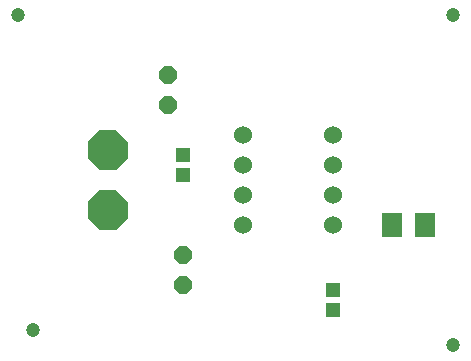
<source format=gbr>
G04 EAGLE Gerber RS-274X export*
G75*
%MOMM*%
%FSLAX34Y34*%
%LPD*%
%INSoldermask Bottom*%
%IPPOS*%
%AMOC8*
5,1,8,0,0,1.08239X$1,22.5*%
G01*
%ADD10C,1.203200*%
%ADD11R,1.803200X2.003200*%
%ADD12P,3.629037X8X202.500000*%
%ADD13C,1.524000*%
%ADD14P,1.649562X8X292.500000*%
%ADD15R,1.303200X1.203200*%


D10*
X63500Y355600D03*
X76200Y88900D03*
X431800Y76200D03*
X431800Y355600D03*
D11*
X407700Y177800D03*
X379700Y177800D03*
D12*
X139700Y241300D03*
X139700Y190500D03*
D13*
X254000Y254000D03*
X254000Y228600D03*
X330200Y228600D03*
X330200Y254000D03*
X254000Y203200D03*
X254000Y177800D03*
X330200Y203200D03*
X330200Y177800D03*
D14*
X203200Y152400D03*
X203200Y127000D03*
X190500Y304800D03*
X190500Y279400D03*
D15*
X330200Y105800D03*
X330200Y122800D03*
X203200Y237100D03*
X203200Y220100D03*
M02*

</source>
